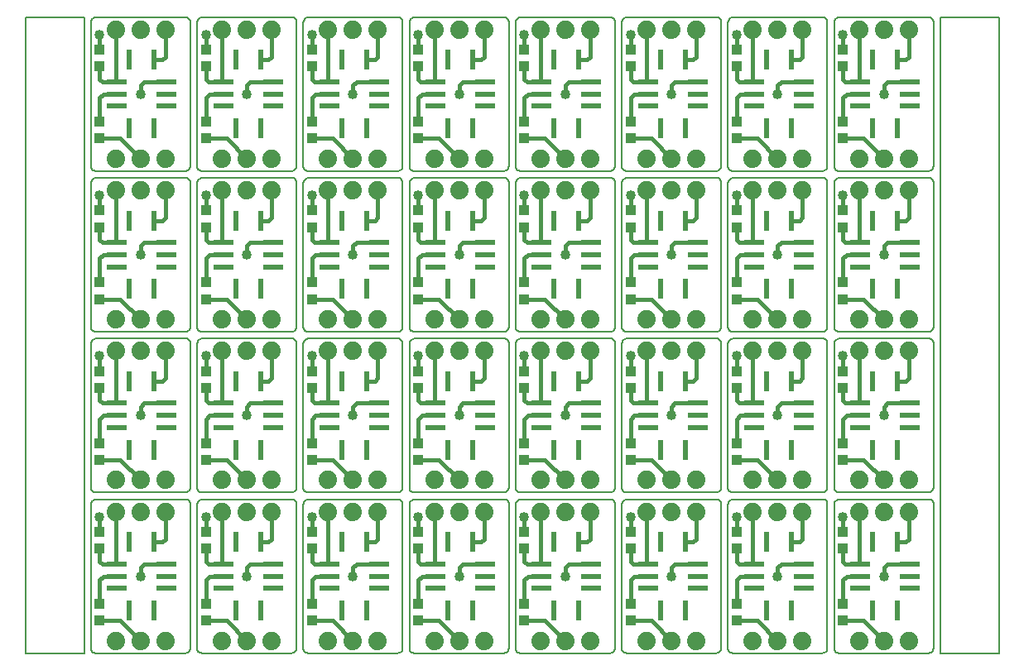
<source format=gtl>
G75*
%MOIN*%
%OFA0B0*%
%FSLAX24Y24*%
%IPPOS*%
%LPD*%
%AMOC8*
5,1,8,0,0,1.08239X$1,22.5*
%
%ADD10C,0.0080*%
%ADD11R,0.0394X0.0433*%
%ADD12C,0.0740*%
%ADD13R,0.0787X0.0236*%
%ADD14R,0.0236X0.0787*%
%ADD15C,0.0160*%
%ADD16C,0.0400*%
D10*
X000140Y000140D02*
X002502Y000140D01*
X002502Y025767D01*
X000140Y025767D01*
X000140Y000140D01*
X002778Y000323D02*
X002778Y006116D01*
X002777Y006116D02*
X002779Y006143D01*
X002784Y006170D01*
X002792Y006195D01*
X002803Y006220D01*
X002817Y006243D01*
X002833Y006265D01*
X002852Y006284D01*
X002874Y006300D01*
X002897Y006314D01*
X002922Y006325D01*
X002947Y006333D01*
X002974Y006338D01*
X003001Y006340D01*
X006595Y006340D01*
X006621Y006338D01*
X006647Y006333D01*
X006671Y006323D01*
X006694Y006311D01*
X006715Y006295D01*
X006733Y006277D01*
X006749Y006256D01*
X006761Y006233D01*
X006771Y006209D01*
X006776Y006183D01*
X006778Y006157D01*
X006778Y000340D01*
X006776Y000314D01*
X006771Y000288D01*
X006763Y000263D01*
X006751Y000240D01*
X006737Y000218D01*
X006719Y000199D01*
X006700Y000181D01*
X006678Y000167D01*
X006655Y000155D01*
X006630Y000147D01*
X006604Y000142D01*
X006578Y000140D01*
X002961Y000140D01*
X002935Y000142D01*
X002909Y000147D01*
X002885Y000157D01*
X002862Y000169D01*
X002841Y000185D01*
X002823Y000203D01*
X002807Y000224D01*
X002795Y000247D01*
X002785Y000271D01*
X002780Y000297D01*
X002778Y000323D01*
X007053Y000323D02*
X007053Y006116D01*
X007055Y006143D01*
X007060Y006170D01*
X007068Y006195D01*
X007079Y006220D01*
X007093Y006243D01*
X007109Y006265D01*
X007128Y006284D01*
X007150Y006300D01*
X007173Y006314D01*
X007198Y006325D01*
X007223Y006333D01*
X007250Y006338D01*
X007277Y006340D01*
X010871Y006340D01*
X010897Y006338D01*
X010923Y006333D01*
X010947Y006323D01*
X010970Y006311D01*
X010991Y006295D01*
X011009Y006277D01*
X011025Y006256D01*
X011037Y006233D01*
X011047Y006209D01*
X011052Y006183D01*
X011054Y006157D01*
X011053Y006157D02*
X011053Y000340D01*
X011051Y000314D01*
X011046Y000288D01*
X011038Y000263D01*
X011026Y000240D01*
X011012Y000218D01*
X010994Y000199D01*
X010975Y000181D01*
X010953Y000167D01*
X010930Y000155D01*
X010905Y000147D01*
X010879Y000142D01*
X010853Y000140D01*
X007236Y000140D01*
X007210Y000142D01*
X007184Y000147D01*
X007160Y000157D01*
X007137Y000169D01*
X007116Y000185D01*
X007098Y000203D01*
X007082Y000224D01*
X007070Y000247D01*
X007060Y000271D01*
X007055Y000297D01*
X007053Y000323D01*
X011329Y000323D02*
X011329Y006116D01*
X011331Y006143D01*
X011336Y006170D01*
X011344Y006195D01*
X011355Y006220D01*
X011369Y006243D01*
X011385Y006265D01*
X011404Y006284D01*
X011426Y006300D01*
X011449Y006314D01*
X011474Y006325D01*
X011499Y006333D01*
X011526Y006338D01*
X011553Y006340D01*
X015146Y006340D01*
X015172Y006338D01*
X015198Y006333D01*
X015222Y006323D01*
X015245Y006311D01*
X015266Y006295D01*
X015284Y006277D01*
X015300Y006256D01*
X015312Y006233D01*
X015322Y006209D01*
X015327Y006183D01*
X015329Y006157D01*
X015329Y000340D01*
X015327Y000314D01*
X015322Y000288D01*
X015314Y000263D01*
X015302Y000240D01*
X015288Y000218D01*
X015270Y000199D01*
X015251Y000181D01*
X015229Y000167D01*
X015206Y000155D01*
X015181Y000147D01*
X015155Y000142D01*
X015129Y000140D01*
X011512Y000140D01*
X011486Y000142D01*
X011460Y000147D01*
X011436Y000157D01*
X011413Y000169D01*
X011392Y000185D01*
X011374Y000203D01*
X011358Y000224D01*
X011346Y000247D01*
X011336Y000271D01*
X011331Y000297D01*
X011329Y000323D01*
X015605Y000323D02*
X015605Y006116D01*
X015604Y006116D02*
X015606Y006143D01*
X015611Y006170D01*
X015619Y006195D01*
X015630Y006220D01*
X015644Y006243D01*
X015660Y006265D01*
X015679Y006284D01*
X015701Y006300D01*
X015724Y006314D01*
X015749Y006325D01*
X015774Y006333D01*
X015801Y006338D01*
X015828Y006340D01*
X019422Y006340D01*
X019448Y006338D01*
X019474Y006333D01*
X019498Y006323D01*
X019521Y006311D01*
X019542Y006295D01*
X019560Y006277D01*
X019576Y006256D01*
X019588Y006233D01*
X019598Y006209D01*
X019603Y006183D01*
X019605Y006157D01*
X019605Y000340D01*
X019603Y000314D01*
X019598Y000288D01*
X019590Y000263D01*
X019578Y000240D01*
X019564Y000218D01*
X019546Y000199D01*
X019527Y000181D01*
X019505Y000167D01*
X019482Y000155D01*
X019457Y000147D01*
X019431Y000142D01*
X019405Y000140D01*
X015787Y000140D01*
X015761Y000142D01*
X015735Y000147D01*
X015711Y000157D01*
X015688Y000169D01*
X015667Y000185D01*
X015649Y000203D01*
X015633Y000224D01*
X015621Y000247D01*
X015611Y000271D01*
X015606Y000297D01*
X015604Y000323D01*
X019880Y000323D02*
X019880Y006116D01*
X019882Y006143D01*
X019887Y006170D01*
X019895Y006195D01*
X019906Y006220D01*
X019920Y006243D01*
X019936Y006265D01*
X019955Y006284D01*
X019977Y006300D01*
X020000Y006314D01*
X020025Y006325D01*
X020050Y006333D01*
X020077Y006338D01*
X020104Y006340D01*
X023697Y006340D01*
X023723Y006338D01*
X023749Y006333D01*
X023773Y006323D01*
X023796Y006311D01*
X023817Y006295D01*
X023835Y006277D01*
X023851Y006256D01*
X023863Y006233D01*
X023873Y006209D01*
X023878Y006183D01*
X023880Y006157D01*
X023880Y000340D01*
X023878Y000314D01*
X023873Y000288D01*
X023865Y000263D01*
X023853Y000240D01*
X023839Y000218D01*
X023821Y000199D01*
X023802Y000181D01*
X023780Y000167D01*
X023757Y000155D01*
X023732Y000147D01*
X023706Y000142D01*
X023680Y000140D01*
X020063Y000140D01*
X020037Y000142D01*
X020011Y000147D01*
X019987Y000157D01*
X019964Y000169D01*
X019943Y000185D01*
X019925Y000203D01*
X019909Y000224D01*
X019897Y000247D01*
X019887Y000271D01*
X019882Y000297D01*
X019880Y000323D01*
X024156Y000323D02*
X024156Y006116D01*
X024155Y006116D02*
X024157Y006143D01*
X024162Y006170D01*
X024170Y006195D01*
X024181Y006220D01*
X024195Y006243D01*
X024211Y006265D01*
X024230Y006284D01*
X024252Y006300D01*
X024275Y006314D01*
X024300Y006325D01*
X024325Y006333D01*
X024352Y006338D01*
X024379Y006340D01*
X027973Y006340D01*
X027999Y006338D01*
X028025Y006333D01*
X028049Y006323D01*
X028072Y006311D01*
X028093Y006295D01*
X028111Y006277D01*
X028127Y006256D01*
X028139Y006233D01*
X028149Y006209D01*
X028154Y006183D01*
X028156Y006157D01*
X028156Y000340D01*
X028154Y000314D01*
X028149Y000288D01*
X028141Y000263D01*
X028129Y000240D01*
X028115Y000218D01*
X028097Y000199D01*
X028078Y000181D01*
X028056Y000167D01*
X028033Y000155D01*
X028008Y000147D01*
X027982Y000142D01*
X027956Y000140D01*
X024339Y000140D01*
X024313Y000142D01*
X024287Y000147D01*
X024263Y000157D01*
X024240Y000169D01*
X024219Y000185D01*
X024201Y000203D01*
X024185Y000224D01*
X024173Y000247D01*
X024163Y000271D01*
X024158Y000297D01*
X024156Y000323D01*
X028431Y000323D02*
X028431Y006116D01*
X028433Y006143D01*
X028438Y006170D01*
X028446Y006195D01*
X028457Y006220D01*
X028471Y006243D01*
X028487Y006265D01*
X028506Y006284D01*
X028528Y006300D01*
X028551Y006314D01*
X028576Y006325D01*
X028601Y006333D01*
X028628Y006338D01*
X028655Y006340D01*
X032248Y006340D01*
X032274Y006338D01*
X032300Y006333D01*
X032324Y006323D01*
X032347Y006311D01*
X032368Y006295D01*
X032386Y006277D01*
X032402Y006256D01*
X032414Y006233D01*
X032424Y006209D01*
X032429Y006183D01*
X032431Y006157D01*
X032431Y000340D01*
X032429Y000314D01*
X032424Y000288D01*
X032416Y000263D01*
X032404Y000240D01*
X032390Y000218D01*
X032372Y000199D01*
X032353Y000181D01*
X032331Y000167D01*
X032308Y000155D01*
X032283Y000147D01*
X032257Y000142D01*
X032231Y000140D01*
X028614Y000140D01*
X028588Y000142D01*
X028562Y000147D01*
X028538Y000157D01*
X028515Y000169D01*
X028494Y000185D01*
X028476Y000203D01*
X028460Y000224D01*
X028448Y000247D01*
X028438Y000271D01*
X028433Y000297D01*
X028431Y000323D01*
X032707Y000323D02*
X032707Y006116D01*
X032709Y006143D01*
X032714Y006170D01*
X032722Y006195D01*
X032733Y006220D01*
X032747Y006243D01*
X032763Y006265D01*
X032782Y006284D01*
X032804Y006300D01*
X032827Y006314D01*
X032852Y006325D01*
X032877Y006333D01*
X032904Y006338D01*
X032931Y006340D01*
X036524Y006340D01*
X036550Y006338D01*
X036576Y006333D01*
X036600Y006323D01*
X036623Y006311D01*
X036644Y006295D01*
X036662Y006277D01*
X036678Y006256D01*
X036690Y006233D01*
X036700Y006209D01*
X036705Y006183D01*
X036707Y006157D01*
X036707Y000340D01*
X036705Y000314D01*
X036700Y000288D01*
X036692Y000263D01*
X036680Y000240D01*
X036666Y000218D01*
X036648Y000199D01*
X036629Y000181D01*
X036607Y000167D01*
X036584Y000155D01*
X036559Y000147D01*
X036533Y000142D01*
X036507Y000140D01*
X032890Y000140D01*
X032864Y000142D01*
X032838Y000147D01*
X032814Y000157D01*
X032791Y000169D01*
X032770Y000185D01*
X032752Y000203D01*
X032736Y000224D01*
X032724Y000247D01*
X032714Y000271D01*
X032709Y000297D01*
X032707Y000323D01*
X036983Y000140D02*
X039345Y000140D01*
X039345Y025767D01*
X036983Y025767D01*
X036983Y000140D01*
X036507Y006616D02*
X032890Y006616D01*
X032890Y006615D02*
X032864Y006617D01*
X032838Y006622D01*
X032814Y006632D01*
X032791Y006644D01*
X032770Y006660D01*
X032752Y006678D01*
X032736Y006699D01*
X032724Y006722D01*
X032714Y006746D01*
X032709Y006772D01*
X032707Y006798D01*
X032707Y012592D01*
X032709Y012619D01*
X032714Y012646D01*
X032722Y012671D01*
X032733Y012696D01*
X032747Y012719D01*
X032763Y012741D01*
X032782Y012760D01*
X032804Y012776D01*
X032827Y012790D01*
X032852Y012801D01*
X032877Y012809D01*
X032904Y012814D01*
X032931Y012816D01*
X036524Y012816D01*
X036550Y012814D01*
X036576Y012809D01*
X036600Y012799D01*
X036623Y012787D01*
X036644Y012771D01*
X036662Y012753D01*
X036678Y012732D01*
X036690Y012709D01*
X036700Y012685D01*
X036705Y012659D01*
X036707Y012633D01*
X036707Y006816D01*
X036705Y006790D01*
X036700Y006764D01*
X036692Y006739D01*
X036680Y006716D01*
X036666Y006694D01*
X036648Y006675D01*
X036629Y006657D01*
X036607Y006643D01*
X036584Y006631D01*
X036559Y006623D01*
X036533Y006618D01*
X036507Y006616D01*
X032431Y006816D02*
X032431Y012633D01*
X032429Y012659D01*
X032424Y012685D01*
X032414Y012709D01*
X032402Y012732D01*
X032386Y012753D01*
X032368Y012771D01*
X032347Y012787D01*
X032324Y012799D01*
X032300Y012809D01*
X032274Y012814D01*
X032248Y012816D01*
X028655Y012816D01*
X028628Y012814D01*
X028601Y012809D01*
X028576Y012801D01*
X028551Y012790D01*
X028528Y012776D01*
X028506Y012760D01*
X028487Y012741D01*
X028471Y012719D01*
X028457Y012696D01*
X028446Y012671D01*
X028438Y012646D01*
X028433Y012619D01*
X028431Y012592D01*
X028431Y006798D01*
X028433Y006772D01*
X028438Y006746D01*
X028448Y006722D01*
X028460Y006699D01*
X028476Y006678D01*
X028494Y006660D01*
X028515Y006644D01*
X028538Y006632D01*
X028562Y006622D01*
X028588Y006617D01*
X028614Y006615D01*
X028614Y006616D02*
X032231Y006616D01*
X032257Y006618D01*
X032283Y006623D01*
X032308Y006631D01*
X032331Y006643D01*
X032353Y006657D01*
X032372Y006675D01*
X032390Y006694D01*
X032404Y006716D01*
X032416Y006739D01*
X032424Y006764D01*
X032429Y006790D01*
X032431Y006816D01*
X028156Y006816D02*
X028156Y012633D01*
X028154Y012659D01*
X028149Y012685D01*
X028139Y012709D01*
X028127Y012732D01*
X028111Y012753D01*
X028093Y012771D01*
X028072Y012787D01*
X028049Y012799D01*
X028025Y012809D01*
X027999Y012814D01*
X027973Y012816D01*
X024379Y012816D01*
X024352Y012814D01*
X024325Y012809D01*
X024300Y012801D01*
X024275Y012790D01*
X024252Y012776D01*
X024230Y012760D01*
X024211Y012741D01*
X024195Y012719D01*
X024181Y012696D01*
X024170Y012671D01*
X024162Y012646D01*
X024157Y012619D01*
X024155Y012592D01*
X024156Y012592D02*
X024156Y006798D01*
X024158Y006772D01*
X024163Y006746D01*
X024173Y006722D01*
X024185Y006699D01*
X024201Y006678D01*
X024219Y006660D01*
X024240Y006644D01*
X024263Y006632D01*
X024287Y006622D01*
X024313Y006617D01*
X024339Y006615D01*
X024339Y006616D02*
X027956Y006616D01*
X027982Y006618D01*
X028008Y006623D01*
X028033Y006631D01*
X028056Y006643D01*
X028078Y006657D01*
X028097Y006675D01*
X028115Y006694D01*
X028129Y006716D01*
X028141Y006739D01*
X028149Y006764D01*
X028154Y006790D01*
X028156Y006816D01*
X023880Y006816D02*
X023880Y012633D01*
X023878Y012659D01*
X023873Y012685D01*
X023863Y012709D01*
X023851Y012732D01*
X023835Y012753D01*
X023817Y012771D01*
X023796Y012787D01*
X023773Y012799D01*
X023749Y012809D01*
X023723Y012814D01*
X023697Y012816D01*
X020104Y012816D01*
X020077Y012814D01*
X020050Y012809D01*
X020025Y012801D01*
X020000Y012790D01*
X019977Y012776D01*
X019955Y012760D01*
X019936Y012741D01*
X019920Y012719D01*
X019906Y012696D01*
X019895Y012671D01*
X019887Y012646D01*
X019882Y012619D01*
X019880Y012592D01*
X019880Y006798D01*
X019882Y006772D01*
X019887Y006746D01*
X019897Y006722D01*
X019909Y006699D01*
X019925Y006678D01*
X019943Y006660D01*
X019964Y006644D01*
X019987Y006632D01*
X020011Y006622D01*
X020037Y006617D01*
X020063Y006615D01*
X020063Y006616D02*
X023680Y006616D01*
X023706Y006618D01*
X023732Y006623D01*
X023757Y006631D01*
X023780Y006643D01*
X023802Y006657D01*
X023821Y006675D01*
X023839Y006694D01*
X023853Y006716D01*
X023865Y006739D01*
X023873Y006764D01*
X023878Y006790D01*
X023880Y006816D01*
X019605Y006816D02*
X019605Y012633D01*
X019603Y012659D01*
X019598Y012685D01*
X019588Y012709D01*
X019576Y012732D01*
X019560Y012753D01*
X019542Y012771D01*
X019521Y012787D01*
X019498Y012799D01*
X019474Y012809D01*
X019448Y012814D01*
X019422Y012816D01*
X015828Y012816D01*
X015801Y012814D01*
X015774Y012809D01*
X015749Y012801D01*
X015724Y012790D01*
X015701Y012776D01*
X015679Y012760D01*
X015660Y012741D01*
X015644Y012719D01*
X015630Y012696D01*
X015619Y012671D01*
X015611Y012646D01*
X015606Y012619D01*
X015604Y012592D01*
X015605Y012592D02*
X015605Y006798D01*
X015604Y006798D02*
X015606Y006772D01*
X015611Y006746D01*
X015621Y006722D01*
X015633Y006699D01*
X015649Y006678D01*
X015667Y006660D01*
X015688Y006644D01*
X015711Y006632D01*
X015735Y006622D01*
X015761Y006617D01*
X015787Y006615D01*
X015787Y006616D02*
X019405Y006616D01*
X019431Y006618D01*
X019457Y006623D01*
X019482Y006631D01*
X019505Y006643D01*
X019527Y006657D01*
X019546Y006675D01*
X019564Y006694D01*
X019578Y006716D01*
X019590Y006739D01*
X019598Y006764D01*
X019603Y006790D01*
X019605Y006816D01*
X015329Y006816D02*
X015329Y012633D01*
X015327Y012659D01*
X015322Y012685D01*
X015312Y012709D01*
X015300Y012732D01*
X015284Y012753D01*
X015266Y012771D01*
X015245Y012787D01*
X015222Y012799D01*
X015198Y012809D01*
X015172Y012814D01*
X015146Y012816D01*
X011553Y012816D01*
X011526Y012814D01*
X011499Y012809D01*
X011474Y012801D01*
X011449Y012790D01*
X011426Y012776D01*
X011404Y012760D01*
X011385Y012741D01*
X011369Y012719D01*
X011355Y012696D01*
X011344Y012671D01*
X011336Y012646D01*
X011331Y012619D01*
X011329Y012592D01*
X011329Y006798D01*
X011331Y006772D01*
X011336Y006746D01*
X011346Y006722D01*
X011358Y006699D01*
X011374Y006678D01*
X011392Y006660D01*
X011413Y006644D01*
X011436Y006632D01*
X011460Y006622D01*
X011486Y006617D01*
X011512Y006615D01*
X011512Y006616D02*
X015129Y006616D01*
X015155Y006618D01*
X015181Y006623D01*
X015206Y006631D01*
X015229Y006643D01*
X015251Y006657D01*
X015270Y006675D01*
X015288Y006694D01*
X015302Y006716D01*
X015314Y006739D01*
X015322Y006764D01*
X015327Y006790D01*
X015329Y006816D01*
X011053Y006816D02*
X011053Y012633D01*
X011054Y012633D02*
X011052Y012659D01*
X011047Y012685D01*
X011037Y012709D01*
X011025Y012732D01*
X011009Y012753D01*
X010991Y012771D01*
X010970Y012787D01*
X010947Y012799D01*
X010923Y012809D01*
X010897Y012814D01*
X010871Y012816D01*
X007277Y012816D01*
X007250Y012814D01*
X007223Y012809D01*
X007198Y012801D01*
X007173Y012790D01*
X007150Y012776D01*
X007128Y012760D01*
X007109Y012741D01*
X007093Y012719D01*
X007079Y012696D01*
X007068Y012671D01*
X007060Y012646D01*
X007055Y012619D01*
X007053Y012592D01*
X007053Y006798D01*
X007055Y006772D01*
X007060Y006746D01*
X007070Y006722D01*
X007082Y006699D01*
X007098Y006678D01*
X007116Y006660D01*
X007137Y006644D01*
X007160Y006632D01*
X007184Y006622D01*
X007210Y006617D01*
X007236Y006615D01*
X007236Y006616D02*
X010853Y006616D01*
X010879Y006618D01*
X010905Y006623D01*
X010930Y006631D01*
X010953Y006643D01*
X010975Y006657D01*
X010994Y006675D01*
X011012Y006694D01*
X011026Y006716D01*
X011038Y006739D01*
X011046Y006764D01*
X011051Y006790D01*
X011053Y006816D01*
X006778Y006816D02*
X006778Y012633D01*
X006776Y012659D01*
X006771Y012685D01*
X006761Y012709D01*
X006749Y012732D01*
X006733Y012753D01*
X006715Y012771D01*
X006694Y012787D01*
X006671Y012799D01*
X006647Y012809D01*
X006621Y012814D01*
X006595Y012816D01*
X003001Y012816D01*
X002974Y012814D01*
X002947Y012809D01*
X002922Y012801D01*
X002897Y012790D01*
X002874Y012776D01*
X002852Y012760D01*
X002833Y012741D01*
X002817Y012719D01*
X002803Y012696D01*
X002792Y012671D01*
X002784Y012646D01*
X002779Y012619D01*
X002777Y012592D01*
X002778Y012592D02*
X002778Y006798D01*
X002780Y006772D01*
X002785Y006746D01*
X002795Y006722D01*
X002807Y006699D01*
X002823Y006678D01*
X002841Y006660D01*
X002862Y006644D01*
X002885Y006632D01*
X002909Y006622D01*
X002935Y006617D01*
X002961Y006615D01*
X002961Y006616D02*
X006578Y006616D01*
X006604Y006618D01*
X006630Y006623D01*
X006655Y006631D01*
X006678Y006643D01*
X006700Y006657D01*
X006719Y006675D01*
X006737Y006694D01*
X006751Y006716D01*
X006763Y006739D01*
X006771Y006764D01*
X006776Y006790D01*
X006778Y006816D01*
X006578Y013091D02*
X002961Y013091D01*
X002935Y013093D01*
X002909Y013098D01*
X002885Y013108D01*
X002862Y013120D01*
X002841Y013136D01*
X002823Y013154D01*
X002807Y013175D01*
X002795Y013198D01*
X002785Y013222D01*
X002780Y013248D01*
X002778Y013274D01*
X002778Y019068D01*
X002777Y019068D02*
X002779Y019095D01*
X002784Y019122D01*
X002792Y019147D01*
X002803Y019172D01*
X002817Y019195D01*
X002833Y019217D01*
X002852Y019236D01*
X002874Y019252D01*
X002897Y019266D01*
X002922Y019277D01*
X002947Y019285D01*
X002974Y019290D01*
X003001Y019292D01*
X003001Y019291D02*
X006595Y019291D01*
X006621Y019289D01*
X006647Y019284D01*
X006671Y019274D01*
X006694Y019262D01*
X006715Y019246D01*
X006733Y019228D01*
X006749Y019207D01*
X006761Y019184D01*
X006771Y019160D01*
X006776Y019134D01*
X006778Y019108D01*
X006778Y013291D01*
X006776Y013265D01*
X006771Y013239D01*
X006763Y013214D01*
X006751Y013191D01*
X006737Y013169D01*
X006719Y013150D01*
X006700Y013132D01*
X006678Y013118D01*
X006655Y013106D01*
X006630Y013098D01*
X006604Y013093D01*
X006578Y013091D01*
X007053Y013274D02*
X007053Y019068D01*
X007055Y019095D01*
X007060Y019122D01*
X007068Y019147D01*
X007079Y019172D01*
X007093Y019195D01*
X007109Y019217D01*
X007128Y019236D01*
X007150Y019252D01*
X007173Y019266D01*
X007198Y019277D01*
X007223Y019285D01*
X007250Y019290D01*
X007277Y019292D01*
X007277Y019291D02*
X010871Y019291D01*
X010897Y019289D01*
X010923Y019284D01*
X010947Y019274D01*
X010970Y019262D01*
X010991Y019246D01*
X011009Y019228D01*
X011025Y019207D01*
X011037Y019184D01*
X011047Y019160D01*
X011052Y019134D01*
X011054Y019108D01*
X011053Y019108D02*
X011053Y013291D01*
X011051Y013265D01*
X011046Y013239D01*
X011038Y013214D01*
X011026Y013191D01*
X011012Y013169D01*
X010994Y013150D01*
X010975Y013132D01*
X010953Y013118D01*
X010930Y013106D01*
X010905Y013098D01*
X010879Y013093D01*
X010853Y013091D01*
X007236Y013091D01*
X007210Y013093D01*
X007184Y013098D01*
X007160Y013108D01*
X007137Y013120D01*
X007116Y013136D01*
X007098Y013154D01*
X007082Y013175D01*
X007070Y013198D01*
X007060Y013222D01*
X007055Y013248D01*
X007053Y013274D01*
X011329Y013274D02*
X011329Y019068D01*
X011331Y019095D01*
X011336Y019122D01*
X011344Y019147D01*
X011355Y019172D01*
X011369Y019195D01*
X011385Y019217D01*
X011404Y019236D01*
X011426Y019252D01*
X011449Y019266D01*
X011474Y019277D01*
X011499Y019285D01*
X011526Y019290D01*
X011553Y019292D01*
X011553Y019291D02*
X015146Y019291D01*
X015172Y019289D01*
X015198Y019284D01*
X015222Y019274D01*
X015245Y019262D01*
X015266Y019246D01*
X015284Y019228D01*
X015300Y019207D01*
X015312Y019184D01*
X015322Y019160D01*
X015327Y019134D01*
X015329Y019108D01*
X015329Y013291D01*
X015327Y013265D01*
X015322Y013239D01*
X015314Y013214D01*
X015302Y013191D01*
X015288Y013169D01*
X015270Y013150D01*
X015251Y013132D01*
X015229Y013118D01*
X015206Y013106D01*
X015181Y013098D01*
X015155Y013093D01*
X015129Y013091D01*
X011512Y013091D01*
X011486Y013093D01*
X011460Y013098D01*
X011436Y013108D01*
X011413Y013120D01*
X011392Y013136D01*
X011374Y013154D01*
X011358Y013175D01*
X011346Y013198D01*
X011336Y013222D01*
X011331Y013248D01*
X011329Y013274D01*
X015605Y013274D02*
X015605Y019068D01*
X015604Y019068D02*
X015606Y019095D01*
X015611Y019122D01*
X015619Y019147D01*
X015630Y019172D01*
X015644Y019195D01*
X015660Y019217D01*
X015679Y019236D01*
X015701Y019252D01*
X015724Y019266D01*
X015749Y019277D01*
X015774Y019285D01*
X015801Y019290D01*
X015828Y019292D01*
X015828Y019291D02*
X019422Y019291D01*
X019448Y019289D01*
X019474Y019284D01*
X019498Y019274D01*
X019521Y019262D01*
X019542Y019246D01*
X019560Y019228D01*
X019576Y019207D01*
X019588Y019184D01*
X019598Y019160D01*
X019603Y019134D01*
X019605Y019108D01*
X019605Y013291D01*
X019603Y013265D01*
X019598Y013239D01*
X019590Y013214D01*
X019578Y013191D01*
X019564Y013169D01*
X019546Y013150D01*
X019527Y013132D01*
X019505Y013118D01*
X019482Y013106D01*
X019457Y013098D01*
X019431Y013093D01*
X019405Y013091D01*
X015787Y013091D01*
X015761Y013093D01*
X015735Y013098D01*
X015711Y013108D01*
X015688Y013120D01*
X015667Y013136D01*
X015649Y013154D01*
X015633Y013175D01*
X015621Y013198D01*
X015611Y013222D01*
X015606Y013248D01*
X015604Y013274D01*
X019880Y013274D02*
X019880Y019068D01*
X019882Y019095D01*
X019887Y019122D01*
X019895Y019147D01*
X019906Y019172D01*
X019920Y019195D01*
X019936Y019217D01*
X019955Y019236D01*
X019977Y019252D01*
X020000Y019266D01*
X020025Y019277D01*
X020050Y019285D01*
X020077Y019290D01*
X020104Y019292D01*
X020104Y019291D02*
X023697Y019291D01*
X023723Y019289D01*
X023749Y019284D01*
X023773Y019274D01*
X023796Y019262D01*
X023817Y019246D01*
X023835Y019228D01*
X023851Y019207D01*
X023863Y019184D01*
X023873Y019160D01*
X023878Y019134D01*
X023880Y019108D01*
X023880Y013291D01*
X023878Y013265D01*
X023873Y013239D01*
X023865Y013214D01*
X023853Y013191D01*
X023839Y013169D01*
X023821Y013150D01*
X023802Y013132D01*
X023780Y013118D01*
X023757Y013106D01*
X023732Y013098D01*
X023706Y013093D01*
X023680Y013091D01*
X020063Y013091D01*
X020037Y013093D01*
X020011Y013098D01*
X019987Y013108D01*
X019964Y013120D01*
X019943Y013136D01*
X019925Y013154D01*
X019909Y013175D01*
X019897Y013198D01*
X019887Y013222D01*
X019882Y013248D01*
X019880Y013274D01*
X024156Y013274D02*
X024156Y019068D01*
X024155Y019068D02*
X024157Y019095D01*
X024162Y019122D01*
X024170Y019147D01*
X024181Y019172D01*
X024195Y019195D01*
X024211Y019217D01*
X024230Y019236D01*
X024252Y019252D01*
X024275Y019266D01*
X024300Y019277D01*
X024325Y019285D01*
X024352Y019290D01*
X024379Y019292D01*
X024379Y019291D02*
X027973Y019291D01*
X027999Y019289D01*
X028025Y019284D01*
X028049Y019274D01*
X028072Y019262D01*
X028093Y019246D01*
X028111Y019228D01*
X028127Y019207D01*
X028139Y019184D01*
X028149Y019160D01*
X028154Y019134D01*
X028156Y019108D01*
X028156Y013291D01*
X028154Y013265D01*
X028149Y013239D01*
X028141Y013214D01*
X028129Y013191D01*
X028115Y013169D01*
X028097Y013150D01*
X028078Y013132D01*
X028056Y013118D01*
X028033Y013106D01*
X028008Y013098D01*
X027982Y013093D01*
X027956Y013091D01*
X024339Y013091D01*
X024313Y013093D01*
X024287Y013098D01*
X024263Y013108D01*
X024240Y013120D01*
X024219Y013136D01*
X024201Y013154D01*
X024185Y013175D01*
X024173Y013198D01*
X024163Y013222D01*
X024158Y013248D01*
X024156Y013274D01*
X028431Y013274D02*
X028431Y019068D01*
X028433Y019095D01*
X028438Y019122D01*
X028446Y019147D01*
X028457Y019172D01*
X028471Y019195D01*
X028487Y019217D01*
X028506Y019236D01*
X028528Y019252D01*
X028551Y019266D01*
X028576Y019277D01*
X028601Y019285D01*
X028628Y019290D01*
X028655Y019292D01*
X028655Y019291D02*
X032248Y019291D01*
X032274Y019289D01*
X032300Y019284D01*
X032324Y019274D01*
X032347Y019262D01*
X032368Y019246D01*
X032386Y019228D01*
X032402Y019207D01*
X032414Y019184D01*
X032424Y019160D01*
X032429Y019134D01*
X032431Y019108D01*
X032431Y013291D01*
X032429Y013265D01*
X032424Y013239D01*
X032416Y013214D01*
X032404Y013191D01*
X032390Y013169D01*
X032372Y013150D01*
X032353Y013132D01*
X032331Y013118D01*
X032308Y013106D01*
X032283Y013098D01*
X032257Y013093D01*
X032231Y013091D01*
X028614Y013091D01*
X028588Y013093D01*
X028562Y013098D01*
X028538Y013108D01*
X028515Y013120D01*
X028494Y013136D01*
X028476Y013154D01*
X028460Y013175D01*
X028448Y013198D01*
X028438Y013222D01*
X028433Y013248D01*
X028431Y013274D01*
X032707Y013274D02*
X032707Y019068D01*
X032709Y019095D01*
X032714Y019122D01*
X032722Y019147D01*
X032733Y019172D01*
X032747Y019195D01*
X032763Y019217D01*
X032782Y019236D01*
X032804Y019252D01*
X032827Y019266D01*
X032852Y019277D01*
X032877Y019285D01*
X032904Y019290D01*
X032931Y019292D01*
X032931Y019291D02*
X036524Y019291D01*
X036550Y019289D01*
X036576Y019284D01*
X036600Y019274D01*
X036623Y019262D01*
X036644Y019246D01*
X036662Y019228D01*
X036678Y019207D01*
X036690Y019184D01*
X036700Y019160D01*
X036705Y019134D01*
X036707Y019108D01*
X036707Y013291D01*
X036705Y013265D01*
X036700Y013239D01*
X036692Y013214D01*
X036680Y013191D01*
X036666Y013169D01*
X036648Y013150D01*
X036629Y013132D01*
X036607Y013118D01*
X036584Y013106D01*
X036559Y013098D01*
X036533Y013093D01*
X036507Y013091D01*
X032890Y013091D01*
X032864Y013093D01*
X032838Y013098D01*
X032814Y013108D01*
X032791Y013120D01*
X032770Y013136D01*
X032752Y013154D01*
X032736Y013175D01*
X032724Y013198D01*
X032714Y013222D01*
X032709Y013248D01*
X032707Y013274D01*
X032890Y019567D02*
X036507Y019567D01*
X036533Y019569D01*
X036559Y019574D01*
X036584Y019582D01*
X036607Y019594D01*
X036629Y019608D01*
X036648Y019626D01*
X036666Y019645D01*
X036680Y019667D01*
X036692Y019690D01*
X036700Y019715D01*
X036705Y019741D01*
X036707Y019767D01*
X036707Y025584D01*
X036705Y025610D01*
X036700Y025636D01*
X036690Y025660D01*
X036678Y025683D01*
X036662Y025704D01*
X036644Y025722D01*
X036623Y025738D01*
X036600Y025750D01*
X036576Y025760D01*
X036550Y025765D01*
X036524Y025767D01*
X032931Y025767D01*
X032904Y025765D01*
X032877Y025760D01*
X032852Y025752D01*
X032827Y025741D01*
X032804Y025727D01*
X032782Y025711D01*
X032763Y025692D01*
X032747Y025670D01*
X032733Y025647D01*
X032722Y025622D01*
X032714Y025597D01*
X032709Y025570D01*
X032707Y025543D01*
X032707Y019750D01*
X032709Y019724D01*
X032714Y019698D01*
X032724Y019674D01*
X032736Y019651D01*
X032752Y019630D01*
X032770Y019612D01*
X032791Y019596D01*
X032814Y019584D01*
X032838Y019574D01*
X032864Y019569D01*
X032890Y019567D01*
X032431Y019767D02*
X032431Y025584D01*
X032429Y025610D01*
X032424Y025636D01*
X032414Y025660D01*
X032402Y025683D01*
X032386Y025704D01*
X032368Y025722D01*
X032347Y025738D01*
X032324Y025750D01*
X032300Y025760D01*
X032274Y025765D01*
X032248Y025767D01*
X028655Y025767D01*
X028628Y025765D01*
X028601Y025760D01*
X028576Y025752D01*
X028551Y025741D01*
X028528Y025727D01*
X028506Y025711D01*
X028487Y025692D01*
X028471Y025670D01*
X028457Y025647D01*
X028446Y025622D01*
X028438Y025597D01*
X028433Y025570D01*
X028431Y025543D01*
X028431Y019750D01*
X028433Y019724D01*
X028438Y019698D01*
X028448Y019674D01*
X028460Y019651D01*
X028476Y019630D01*
X028494Y019612D01*
X028515Y019596D01*
X028538Y019584D01*
X028562Y019574D01*
X028588Y019569D01*
X028614Y019567D01*
X032231Y019567D01*
X032257Y019569D01*
X032283Y019574D01*
X032308Y019582D01*
X032331Y019594D01*
X032353Y019608D01*
X032372Y019626D01*
X032390Y019645D01*
X032404Y019667D01*
X032416Y019690D01*
X032424Y019715D01*
X032429Y019741D01*
X032431Y019767D01*
X028156Y019767D02*
X028156Y025584D01*
X028154Y025610D01*
X028149Y025636D01*
X028139Y025660D01*
X028127Y025683D01*
X028111Y025704D01*
X028093Y025722D01*
X028072Y025738D01*
X028049Y025750D01*
X028025Y025760D01*
X027999Y025765D01*
X027973Y025767D01*
X024379Y025767D01*
X024352Y025765D01*
X024325Y025760D01*
X024300Y025752D01*
X024275Y025741D01*
X024252Y025727D01*
X024230Y025711D01*
X024211Y025692D01*
X024195Y025670D01*
X024181Y025647D01*
X024170Y025622D01*
X024162Y025597D01*
X024157Y025570D01*
X024155Y025543D01*
X024156Y025543D02*
X024156Y019750D01*
X024158Y019724D01*
X024163Y019698D01*
X024173Y019674D01*
X024185Y019651D01*
X024201Y019630D01*
X024219Y019612D01*
X024240Y019596D01*
X024263Y019584D01*
X024287Y019574D01*
X024313Y019569D01*
X024339Y019567D01*
X027956Y019567D01*
X027982Y019569D01*
X028008Y019574D01*
X028033Y019582D01*
X028056Y019594D01*
X028078Y019608D01*
X028097Y019626D01*
X028115Y019645D01*
X028129Y019667D01*
X028141Y019690D01*
X028149Y019715D01*
X028154Y019741D01*
X028156Y019767D01*
X023880Y019767D02*
X023880Y025584D01*
X023878Y025610D01*
X023873Y025636D01*
X023863Y025660D01*
X023851Y025683D01*
X023835Y025704D01*
X023817Y025722D01*
X023796Y025738D01*
X023773Y025750D01*
X023749Y025760D01*
X023723Y025765D01*
X023697Y025767D01*
X020104Y025767D01*
X020077Y025765D01*
X020050Y025760D01*
X020025Y025752D01*
X020000Y025741D01*
X019977Y025727D01*
X019955Y025711D01*
X019936Y025692D01*
X019920Y025670D01*
X019906Y025647D01*
X019895Y025622D01*
X019887Y025597D01*
X019882Y025570D01*
X019880Y025543D01*
X019880Y019750D01*
X019882Y019724D01*
X019887Y019698D01*
X019897Y019674D01*
X019909Y019651D01*
X019925Y019630D01*
X019943Y019612D01*
X019964Y019596D01*
X019987Y019584D01*
X020011Y019574D01*
X020037Y019569D01*
X020063Y019567D01*
X023680Y019567D01*
X023706Y019569D01*
X023732Y019574D01*
X023757Y019582D01*
X023780Y019594D01*
X023802Y019608D01*
X023821Y019626D01*
X023839Y019645D01*
X023853Y019667D01*
X023865Y019690D01*
X023873Y019715D01*
X023878Y019741D01*
X023880Y019767D01*
X019605Y019767D02*
X019605Y025584D01*
X019603Y025610D01*
X019598Y025636D01*
X019588Y025660D01*
X019576Y025683D01*
X019560Y025704D01*
X019542Y025722D01*
X019521Y025738D01*
X019498Y025750D01*
X019474Y025760D01*
X019448Y025765D01*
X019422Y025767D01*
X015828Y025767D01*
X015801Y025765D01*
X015774Y025760D01*
X015749Y025752D01*
X015724Y025741D01*
X015701Y025727D01*
X015679Y025711D01*
X015660Y025692D01*
X015644Y025670D01*
X015630Y025647D01*
X015619Y025622D01*
X015611Y025597D01*
X015606Y025570D01*
X015604Y025543D01*
X015605Y025543D02*
X015605Y019750D01*
X015604Y019750D02*
X015606Y019724D01*
X015611Y019698D01*
X015621Y019674D01*
X015633Y019651D01*
X015649Y019630D01*
X015667Y019612D01*
X015688Y019596D01*
X015711Y019584D01*
X015735Y019574D01*
X015761Y019569D01*
X015787Y019567D01*
X019405Y019567D01*
X019431Y019569D01*
X019457Y019574D01*
X019482Y019582D01*
X019505Y019594D01*
X019527Y019608D01*
X019546Y019626D01*
X019564Y019645D01*
X019578Y019667D01*
X019590Y019690D01*
X019598Y019715D01*
X019603Y019741D01*
X019605Y019767D01*
X015329Y019767D02*
X015329Y025584D01*
X015327Y025610D01*
X015322Y025636D01*
X015312Y025660D01*
X015300Y025683D01*
X015284Y025704D01*
X015266Y025722D01*
X015245Y025738D01*
X015222Y025750D01*
X015198Y025760D01*
X015172Y025765D01*
X015146Y025767D01*
X011553Y025767D01*
X011526Y025765D01*
X011499Y025760D01*
X011474Y025752D01*
X011449Y025741D01*
X011426Y025727D01*
X011404Y025711D01*
X011385Y025692D01*
X011369Y025670D01*
X011355Y025647D01*
X011344Y025622D01*
X011336Y025597D01*
X011331Y025570D01*
X011329Y025543D01*
X011329Y019750D01*
X011331Y019724D01*
X011336Y019698D01*
X011346Y019674D01*
X011358Y019651D01*
X011374Y019630D01*
X011392Y019612D01*
X011413Y019596D01*
X011436Y019584D01*
X011460Y019574D01*
X011486Y019569D01*
X011512Y019567D01*
X015129Y019567D01*
X015155Y019569D01*
X015181Y019574D01*
X015206Y019582D01*
X015229Y019594D01*
X015251Y019608D01*
X015270Y019626D01*
X015288Y019645D01*
X015302Y019667D01*
X015314Y019690D01*
X015322Y019715D01*
X015327Y019741D01*
X015329Y019767D01*
X011053Y019767D02*
X011053Y025584D01*
X011054Y025584D02*
X011052Y025610D01*
X011047Y025636D01*
X011037Y025660D01*
X011025Y025683D01*
X011009Y025704D01*
X010991Y025722D01*
X010970Y025738D01*
X010947Y025750D01*
X010923Y025760D01*
X010897Y025765D01*
X010871Y025767D01*
X007277Y025767D01*
X007250Y025765D01*
X007223Y025760D01*
X007198Y025752D01*
X007173Y025741D01*
X007150Y025727D01*
X007128Y025711D01*
X007109Y025692D01*
X007093Y025670D01*
X007079Y025647D01*
X007068Y025622D01*
X007060Y025597D01*
X007055Y025570D01*
X007053Y025543D01*
X007053Y019750D01*
X007055Y019724D01*
X007060Y019698D01*
X007070Y019674D01*
X007082Y019651D01*
X007098Y019630D01*
X007116Y019612D01*
X007137Y019596D01*
X007160Y019584D01*
X007184Y019574D01*
X007210Y019569D01*
X007236Y019567D01*
X010853Y019567D01*
X010879Y019569D01*
X010905Y019574D01*
X010930Y019582D01*
X010953Y019594D01*
X010975Y019608D01*
X010994Y019626D01*
X011012Y019645D01*
X011026Y019667D01*
X011038Y019690D01*
X011046Y019715D01*
X011051Y019741D01*
X011053Y019767D01*
X006778Y019767D02*
X006778Y025584D01*
X006776Y025610D01*
X006771Y025636D01*
X006761Y025660D01*
X006749Y025683D01*
X006733Y025704D01*
X006715Y025722D01*
X006694Y025738D01*
X006671Y025750D01*
X006647Y025760D01*
X006621Y025765D01*
X006595Y025767D01*
X003001Y025767D01*
X002974Y025765D01*
X002947Y025760D01*
X002922Y025752D01*
X002897Y025741D01*
X002874Y025727D01*
X002852Y025711D01*
X002833Y025692D01*
X002817Y025670D01*
X002803Y025647D01*
X002792Y025622D01*
X002784Y025597D01*
X002779Y025570D01*
X002777Y025543D01*
X002778Y025543D02*
X002778Y019750D01*
X002780Y019724D01*
X002785Y019698D01*
X002795Y019674D01*
X002807Y019651D01*
X002823Y019630D01*
X002841Y019612D01*
X002862Y019596D01*
X002885Y019584D01*
X002909Y019574D01*
X002935Y019569D01*
X002961Y019567D01*
X006578Y019567D01*
X006604Y019569D01*
X006630Y019574D01*
X006655Y019582D01*
X006678Y019594D01*
X006700Y019608D01*
X006719Y019626D01*
X006737Y019645D01*
X006751Y019667D01*
X006763Y019690D01*
X006771Y019715D01*
X006776Y019741D01*
X006778Y019767D01*
D11*
X007403Y020882D03*
X007403Y021551D03*
X007403Y023782D03*
X007403Y024451D03*
X003128Y024451D03*
X003128Y023782D03*
X003128Y021551D03*
X003128Y020882D03*
X003128Y017976D03*
X003128Y017307D03*
X003128Y015076D03*
X003128Y014407D03*
X003128Y011500D03*
X003128Y010831D03*
X003128Y008600D03*
X003128Y007931D03*
X003128Y005025D03*
X003128Y004355D03*
X003128Y002125D03*
X003128Y001455D03*
X007403Y001455D03*
X007403Y002125D03*
X007403Y004355D03*
X007403Y005025D03*
X007403Y007931D03*
X007403Y008600D03*
X007403Y010831D03*
X007403Y011500D03*
X007403Y014407D03*
X007403Y015076D03*
X007403Y017307D03*
X007403Y017976D03*
X011679Y017976D03*
X011679Y017307D03*
X011679Y015076D03*
X011679Y014407D03*
X011679Y011500D03*
X011679Y010831D03*
X011679Y008600D03*
X011679Y007931D03*
X011679Y005025D03*
X011679Y004355D03*
X011679Y002125D03*
X011679Y001455D03*
X015955Y001455D03*
X015955Y002125D03*
X015955Y004355D03*
X015955Y005025D03*
X015955Y007931D03*
X015955Y008600D03*
X015955Y010831D03*
X015955Y011500D03*
X015955Y014407D03*
X015955Y015076D03*
X015955Y017307D03*
X015955Y017976D03*
X015955Y020882D03*
X015955Y021551D03*
X015955Y023782D03*
X015955Y024451D03*
X020230Y024451D03*
X020230Y023782D03*
X020230Y021551D03*
X020230Y020882D03*
X020230Y017976D03*
X020230Y017307D03*
X020230Y015076D03*
X020230Y014407D03*
X020230Y011500D03*
X020230Y010831D03*
X020230Y008600D03*
X020230Y007931D03*
X020230Y005025D03*
X020230Y004355D03*
X020230Y002125D03*
X020230Y001455D03*
X024506Y001455D03*
X024506Y002125D03*
X024506Y004355D03*
X024506Y005025D03*
X028781Y005025D03*
X028781Y004355D03*
X028781Y002125D03*
X028781Y001455D03*
X033057Y001455D03*
X033057Y002125D03*
X033057Y004355D03*
X033057Y005025D03*
X033057Y007931D03*
X033057Y008600D03*
X033057Y010831D03*
X033057Y011500D03*
X033057Y014407D03*
X033057Y015076D03*
X033057Y017307D03*
X033057Y017976D03*
X033057Y020882D03*
X033057Y021551D03*
X033057Y023782D03*
X033057Y024451D03*
X028781Y024451D03*
X028781Y023782D03*
X028781Y021551D03*
X028781Y020882D03*
X024506Y020882D03*
X024506Y021551D03*
X024506Y023782D03*
X024506Y024451D03*
X024506Y017976D03*
X024506Y017307D03*
X024506Y015076D03*
X024506Y014407D03*
X028781Y014407D03*
X028781Y015076D03*
X028781Y017307D03*
X028781Y017976D03*
X028781Y011500D03*
X028781Y010831D03*
X028781Y008600D03*
X028781Y007931D03*
X024506Y007931D03*
X024506Y008600D03*
X024506Y010831D03*
X024506Y011500D03*
X011679Y020882D03*
X011679Y021551D03*
X011679Y023782D03*
X011679Y024451D03*
D12*
X012329Y025267D03*
X013329Y025267D03*
X014329Y025267D03*
X016605Y025267D03*
X017605Y025267D03*
X018605Y025267D03*
X020880Y025267D03*
X021880Y025267D03*
X022880Y025267D03*
X025156Y025267D03*
X026156Y025267D03*
X027156Y025267D03*
X029431Y025267D03*
X030431Y025267D03*
X031431Y025267D03*
X033707Y025267D03*
X034707Y025267D03*
X035707Y025267D03*
X035707Y020067D03*
X034707Y020067D03*
X033707Y020067D03*
X033707Y018791D03*
X034707Y018791D03*
X035707Y018791D03*
X031431Y018791D03*
X030431Y018791D03*
X029431Y018791D03*
X029431Y020067D03*
X030431Y020067D03*
X031431Y020067D03*
X027156Y020067D03*
X026156Y020067D03*
X025156Y020067D03*
X025156Y018791D03*
X026156Y018791D03*
X027156Y018791D03*
X022880Y018791D03*
X021880Y018791D03*
X020880Y018791D03*
X020880Y020067D03*
X021880Y020067D03*
X022880Y020067D03*
X018605Y020067D03*
X017605Y020067D03*
X016605Y020067D03*
X016605Y018791D03*
X017605Y018791D03*
X018605Y018791D03*
X014329Y018791D03*
X013329Y018791D03*
X012329Y018791D03*
X012329Y020067D03*
X013329Y020067D03*
X014329Y020067D03*
X010053Y020067D03*
X009053Y020067D03*
X008053Y020067D03*
X008053Y018791D03*
X009053Y018791D03*
X010053Y018791D03*
X005778Y018791D03*
X004778Y018791D03*
X003778Y018791D03*
X003778Y020067D03*
X004778Y020067D03*
X005778Y020067D03*
X005778Y025267D03*
X004778Y025267D03*
X003778Y025267D03*
X008053Y025267D03*
X009053Y025267D03*
X010053Y025267D03*
X010053Y013591D03*
X009053Y013591D03*
X008053Y013591D03*
X008053Y012316D03*
X009053Y012316D03*
X010053Y012316D03*
X012329Y012316D03*
X013329Y012316D03*
X014329Y012316D03*
X014329Y013591D03*
X013329Y013591D03*
X012329Y013591D03*
X016605Y013591D03*
X017605Y013591D03*
X018605Y013591D03*
X018605Y012316D03*
X017605Y012316D03*
X016605Y012316D03*
X020880Y012316D03*
X021880Y012316D03*
X022880Y012316D03*
X022880Y013591D03*
X021880Y013591D03*
X020880Y013591D03*
X025156Y013591D03*
X026156Y013591D03*
X027156Y013591D03*
X027156Y012316D03*
X026156Y012316D03*
X025156Y012316D03*
X029431Y012316D03*
X030431Y012316D03*
X031431Y012316D03*
X031431Y013591D03*
X030431Y013591D03*
X029431Y013591D03*
X033707Y013591D03*
X034707Y013591D03*
X035707Y013591D03*
X035707Y012316D03*
X034707Y012316D03*
X033707Y012316D03*
X033707Y007116D03*
X034707Y007116D03*
X035707Y007116D03*
X035707Y005840D03*
X034707Y005840D03*
X033707Y005840D03*
X031431Y005840D03*
X030431Y005840D03*
X029431Y005840D03*
X029431Y007116D03*
X030431Y007116D03*
X031431Y007116D03*
X027156Y007116D03*
X026156Y007116D03*
X025156Y007116D03*
X025156Y005840D03*
X026156Y005840D03*
X027156Y005840D03*
X022880Y005840D03*
X021880Y005840D03*
X020880Y005840D03*
X020880Y007116D03*
X021880Y007116D03*
X022880Y007116D03*
X018605Y007116D03*
X017605Y007116D03*
X016605Y007116D03*
X016605Y005840D03*
X017605Y005840D03*
X018605Y005840D03*
X014329Y005840D03*
X013329Y005840D03*
X012329Y005840D03*
X012329Y007116D03*
X013329Y007116D03*
X014329Y007116D03*
X010053Y007116D03*
X009053Y007116D03*
X008053Y007116D03*
X008053Y005840D03*
X009053Y005840D03*
X010053Y005840D03*
X005778Y005840D03*
X004778Y005840D03*
X003778Y005840D03*
X003778Y007116D03*
X004778Y007116D03*
X005778Y007116D03*
X005778Y012316D03*
X004778Y012316D03*
X003778Y012316D03*
X003778Y013591D03*
X004778Y013591D03*
X005778Y013591D03*
X005778Y000640D03*
X004778Y000640D03*
X003778Y000640D03*
X008053Y000640D03*
X009053Y000640D03*
X010053Y000640D03*
X012329Y000640D03*
X013329Y000640D03*
X014329Y000640D03*
X016605Y000640D03*
X017605Y000640D03*
X018605Y000640D03*
X020880Y000640D03*
X021880Y000640D03*
X022880Y000640D03*
X025156Y000640D03*
X026156Y000640D03*
X027156Y000640D03*
X029431Y000640D03*
X030431Y000640D03*
X031431Y000640D03*
X033707Y000640D03*
X034707Y000640D03*
X035707Y000640D03*
D13*
X035757Y002748D03*
X035757Y003240D03*
X035757Y003732D03*
X033757Y003732D03*
X033757Y003240D03*
X033757Y002748D03*
X031481Y002748D03*
X031481Y003240D03*
X031481Y003732D03*
X029481Y003732D03*
X029481Y003240D03*
X029481Y002748D03*
X027206Y002748D03*
X027206Y003240D03*
X027206Y003732D03*
X025206Y003732D03*
X025206Y003240D03*
X025206Y002748D03*
X022930Y002748D03*
X022930Y003240D03*
X022930Y003732D03*
X020930Y003732D03*
X020930Y003240D03*
X020930Y002748D03*
X018655Y002748D03*
X018655Y003240D03*
X018655Y003732D03*
X016655Y003732D03*
X016655Y003240D03*
X016655Y002748D03*
X014379Y002748D03*
X014379Y003240D03*
X014379Y003732D03*
X012379Y003732D03*
X012379Y003240D03*
X012379Y002748D03*
X010103Y002748D03*
X010103Y003240D03*
X010103Y003732D03*
X008103Y003732D03*
X008103Y003240D03*
X008103Y002748D03*
X005828Y002748D03*
X005828Y003240D03*
X005828Y003732D03*
X003828Y003732D03*
X003828Y003240D03*
X003828Y002748D03*
X003828Y009223D03*
X003828Y009716D03*
X003828Y010208D03*
X005828Y010208D03*
X005828Y009716D03*
X005828Y009223D03*
X008103Y009223D03*
X008103Y009716D03*
X008103Y010208D03*
X010103Y010208D03*
X010103Y009716D03*
X010103Y009223D03*
X012379Y009223D03*
X012379Y009716D03*
X012379Y010208D03*
X014379Y010208D03*
X014379Y009716D03*
X014379Y009223D03*
X016655Y009223D03*
X016655Y009716D03*
X016655Y010208D03*
X018655Y010208D03*
X018655Y009716D03*
X018655Y009223D03*
X020930Y009223D03*
X020930Y009716D03*
X020930Y010208D03*
X022930Y010208D03*
X022930Y009716D03*
X022930Y009223D03*
X025206Y009223D03*
X025206Y009716D03*
X025206Y010208D03*
X027206Y010208D03*
X027206Y009716D03*
X027206Y009223D03*
X029481Y009223D03*
X029481Y009716D03*
X029481Y010208D03*
X031481Y010208D03*
X031481Y009716D03*
X031481Y009223D03*
X033757Y009223D03*
X033757Y009716D03*
X033757Y010208D03*
X035757Y010208D03*
X035757Y009716D03*
X035757Y009223D03*
X035757Y015699D03*
X035757Y016191D03*
X035757Y016683D03*
X033757Y016683D03*
X033757Y016191D03*
X033757Y015699D03*
X031481Y015699D03*
X031481Y016191D03*
X031481Y016683D03*
X029481Y016683D03*
X029481Y016191D03*
X029481Y015699D03*
X027206Y015699D03*
X027206Y016191D03*
X027206Y016683D03*
X025206Y016683D03*
X025206Y016191D03*
X025206Y015699D03*
X022930Y015699D03*
X022930Y016191D03*
X022930Y016683D03*
X020930Y016683D03*
X020930Y016191D03*
X020930Y015699D03*
X018655Y015699D03*
X018655Y016191D03*
X018655Y016683D03*
X016655Y016683D03*
X016655Y016191D03*
X016655Y015699D03*
X014379Y015699D03*
X014379Y016191D03*
X014379Y016683D03*
X012379Y016683D03*
X012379Y016191D03*
X012379Y015699D03*
X010103Y015699D03*
X010103Y016191D03*
X010103Y016683D03*
X008103Y016683D03*
X008103Y016191D03*
X008103Y015699D03*
X005828Y015699D03*
X005828Y016191D03*
X005828Y016683D03*
X003828Y016683D03*
X003828Y016191D03*
X003828Y015699D03*
X003828Y022175D03*
X003828Y022667D03*
X003828Y023159D03*
X005828Y023159D03*
X005828Y022667D03*
X005828Y022175D03*
X008103Y022175D03*
X008103Y022667D03*
X008103Y023159D03*
X010103Y023159D03*
X010103Y022667D03*
X010103Y022175D03*
X012379Y022175D03*
X012379Y022667D03*
X012379Y023159D03*
X014379Y023159D03*
X014379Y022667D03*
X014379Y022175D03*
X016655Y022175D03*
X016655Y022667D03*
X016655Y023159D03*
X018655Y023159D03*
X018655Y022667D03*
X018655Y022175D03*
X020930Y022175D03*
X020930Y022667D03*
X020930Y023159D03*
X022930Y023159D03*
X022930Y022667D03*
X022930Y022175D03*
X025206Y022175D03*
X025206Y022667D03*
X025206Y023159D03*
X027206Y023159D03*
X027206Y022667D03*
X027206Y022175D03*
X029481Y022175D03*
X029481Y022667D03*
X029481Y023159D03*
X031481Y023159D03*
X031481Y022667D03*
X031481Y022175D03*
X033757Y022175D03*
X033757Y022667D03*
X033757Y023159D03*
X035757Y023159D03*
X035757Y022667D03*
X035757Y022175D03*
D14*
X035257Y021289D03*
X034257Y021289D03*
X030981Y021289D03*
X029981Y021289D03*
X026706Y021289D03*
X025706Y021289D03*
X022430Y021289D03*
X021430Y021289D03*
X018155Y021289D03*
X017155Y021289D03*
X013879Y021289D03*
X012879Y021289D03*
X009603Y021289D03*
X008603Y021289D03*
X005328Y021289D03*
X004328Y021289D03*
X004328Y024045D03*
X005328Y024045D03*
X008603Y024045D03*
X009603Y024045D03*
X012879Y024045D03*
X013879Y024045D03*
X017155Y024045D03*
X018155Y024045D03*
X021430Y024045D03*
X022430Y024045D03*
X025706Y024045D03*
X026706Y024045D03*
X029981Y024045D03*
X030981Y024045D03*
X034257Y024045D03*
X035257Y024045D03*
X035257Y017569D03*
X034257Y017569D03*
X030981Y017569D03*
X029981Y017569D03*
X026706Y017569D03*
X025706Y017569D03*
X022430Y017569D03*
X021430Y017569D03*
X018155Y017569D03*
X017155Y017569D03*
X013879Y017569D03*
X012879Y017569D03*
X009603Y017569D03*
X008603Y017569D03*
X005328Y017569D03*
X004328Y017569D03*
X004328Y014813D03*
X005328Y014813D03*
X008603Y014813D03*
X009603Y014813D03*
X012879Y014813D03*
X013879Y014813D03*
X017155Y014813D03*
X018155Y014813D03*
X021430Y014813D03*
X022430Y014813D03*
X025706Y014813D03*
X026706Y014813D03*
X029981Y014813D03*
X030981Y014813D03*
X034257Y014813D03*
X035257Y014813D03*
X035257Y011094D03*
X034257Y011094D03*
X030981Y011094D03*
X029981Y011094D03*
X026706Y011094D03*
X025706Y011094D03*
X022430Y011094D03*
X021430Y011094D03*
X018155Y011094D03*
X017155Y011094D03*
X013879Y011094D03*
X012879Y011094D03*
X009603Y011094D03*
X008603Y011094D03*
X005328Y011094D03*
X004328Y011094D03*
X004328Y008338D03*
X005328Y008338D03*
X008603Y008338D03*
X009603Y008338D03*
X012879Y008338D03*
X013879Y008338D03*
X017155Y008338D03*
X018155Y008338D03*
X021430Y008338D03*
X022430Y008338D03*
X025706Y008338D03*
X026706Y008338D03*
X029981Y008338D03*
X030981Y008338D03*
X034257Y008338D03*
X035257Y008338D03*
X035257Y004618D03*
X034257Y004618D03*
X030981Y004618D03*
X029981Y004618D03*
X026706Y004618D03*
X025706Y004618D03*
X022430Y004618D03*
X021430Y004618D03*
X018155Y004618D03*
X017155Y004618D03*
X013879Y004618D03*
X012879Y004618D03*
X009603Y004618D03*
X008603Y004618D03*
X005328Y004618D03*
X004328Y004618D03*
X004328Y001862D03*
X005328Y001862D03*
X008603Y001862D03*
X009603Y001862D03*
X012879Y001862D03*
X013879Y001862D03*
X017155Y001862D03*
X018155Y001862D03*
X021430Y001862D03*
X022430Y001862D03*
X025706Y001862D03*
X026706Y001862D03*
X029981Y001862D03*
X030981Y001862D03*
X034257Y001862D03*
X035257Y001862D03*
D15*
X034707Y000640D02*
X033892Y001455D01*
X033057Y001455D01*
X033057Y002125D02*
X033057Y003090D01*
X033207Y003240D01*
X033757Y003240D01*
X033757Y003732D02*
X033165Y003732D01*
X033057Y003840D01*
X033057Y004355D01*
X033707Y003782D02*
X033757Y003732D01*
X033707Y003782D02*
X033707Y005840D01*
X033057Y005640D02*
X033057Y005025D01*
X031431Y004740D02*
X031309Y004618D01*
X030981Y004618D01*
X031431Y004740D02*
X031431Y005840D01*
X030431Y007116D02*
X029616Y007931D01*
X028781Y007931D01*
X028781Y008600D02*
X028781Y009566D01*
X028931Y009716D01*
X029481Y009716D01*
X029481Y010208D02*
X028889Y010208D01*
X028781Y010316D01*
X028781Y010831D01*
X029431Y010258D02*
X029481Y010208D01*
X029431Y010258D02*
X029431Y012316D01*
X028781Y012116D02*
X028781Y011500D01*
X027156Y011216D02*
X027034Y011094D01*
X026706Y011094D01*
X027156Y011216D02*
X027156Y012316D01*
X026156Y013591D02*
X025340Y014407D01*
X024506Y014407D01*
X024506Y015076D02*
X024506Y016041D01*
X024656Y016191D01*
X025206Y016191D01*
X025206Y016683D02*
X024614Y016683D01*
X024506Y016791D01*
X024506Y017307D01*
X025156Y016733D02*
X025206Y016683D01*
X025156Y016733D02*
X025156Y018791D01*
X024506Y018591D02*
X024506Y017976D01*
X022880Y017691D02*
X022758Y017569D01*
X022430Y017569D01*
X022880Y017691D02*
X022880Y018791D01*
X021880Y020067D02*
X021065Y020882D01*
X020230Y020882D01*
X020230Y021551D02*
X020230Y022517D01*
X020380Y022667D01*
X020930Y022667D01*
X020930Y023159D02*
X020338Y023159D01*
X020230Y023267D01*
X020230Y023782D01*
X020880Y023209D02*
X020930Y023159D01*
X020880Y023209D02*
X020880Y025267D01*
X020230Y025067D02*
X020230Y024451D01*
X018605Y024167D02*
X018605Y025267D01*
X018605Y024167D02*
X018483Y024045D01*
X018155Y024045D01*
X017747Y023159D02*
X017605Y023017D01*
X017605Y022667D01*
X017747Y023159D02*
X018655Y023159D01*
X016655Y023159D02*
X016605Y023209D01*
X016605Y025267D01*
X015955Y025067D02*
X015955Y024451D01*
X015955Y023782D02*
X015955Y023267D01*
X016062Y023159D01*
X016655Y023159D01*
X016655Y022667D02*
X016105Y022667D01*
X015955Y022517D01*
X015955Y021551D01*
X015955Y020882D02*
X016789Y020882D01*
X017605Y020067D01*
X018605Y018791D02*
X018605Y017691D01*
X018483Y017569D01*
X018155Y017569D01*
X017747Y016683D02*
X017605Y016541D01*
X017605Y016191D01*
X017747Y016683D02*
X018655Y016683D01*
X020230Y016791D02*
X020230Y017307D01*
X020230Y016791D02*
X020338Y016683D01*
X020930Y016683D01*
X020880Y016733D01*
X020880Y018791D01*
X020230Y018591D02*
X020230Y017976D01*
X021880Y016541D02*
X022022Y016683D01*
X022930Y016683D01*
X021880Y016541D02*
X021880Y016191D01*
X020930Y016191D02*
X020380Y016191D01*
X020230Y016041D01*
X020230Y015076D01*
X020230Y014407D02*
X021065Y014407D01*
X021880Y013591D01*
X020880Y012316D02*
X020880Y010258D01*
X020930Y010208D01*
X020338Y010208D01*
X020230Y010316D01*
X020230Y010831D01*
X020230Y011500D02*
X020230Y012116D01*
X018605Y012316D02*
X018605Y011216D01*
X018483Y011094D01*
X018155Y011094D01*
X017747Y010208D02*
X017605Y010066D01*
X017605Y009716D01*
X017747Y010208D02*
X018655Y010208D01*
X020230Y009566D02*
X020380Y009716D01*
X020930Y009716D01*
X020230Y009566D02*
X020230Y008600D01*
X020230Y007931D02*
X021065Y007931D01*
X021880Y007116D01*
X020880Y005840D02*
X020880Y003782D01*
X020930Y003732D01*
X020338Y003732D01*
X020230Y003840D01*
X020230Y004355D01*
X020230Y005025D02*
X020230Y005640D01*
X018605Y005840D02*
X018605Y004740D01*
X018483Y004618D01*
X018155Y004618D01*
X017747Y003732D02*
X017605Y003590D01*
X017605Y003240D01*
X017747Y003732D02*
X018655Y003732D01*
X020230Y003090D02*
X020380Y003240D01*
X020930Y003240D01*
X020230Y003090D02*
X020230Y002125D01*
X020230Y001455D02*
X021065Y001455D01*
X021880Y000640D01*
X024506Y001455D02*
X025340Y001455D01*
X026156Y000640D01*
X024506Y002125D02*
X024506Y003090D01*
X024656Y003240D01*
X025206Y003240D01*
X025206Y003732D02*
X024614Y003732D01*
X024506Y003840D01*
X024506Y004355D01*
X025156Y003782D02*
X025206Y003732D01*
X025156Y003782D02*
X025156Y005840D01*
X024506Y005640D02*
X024506Y005025D01*
X022880Y004740D02*
X022758Y004618D01*
X022430Y004618D01*
X022880Y004740D02*
X022880Y005840D01*
X022930Y003732D02*
X022022Y003732D01*
X021880Y003590D01*
X021880Y003240D01*
X026156Y003240D02*
X026156Y003590D01*
X026298Y003732D01*
X027206Y003732D01*
X027034Y004618D02*
X026706Y004618D01*
X027034Y004618D02*
X027156Y004740D01*
X027156Y005840D01*
X028781Y005640D02*
X028781Y005025D01*
X028781Y004355D02*
X028781Y003840D01*
X028889Y003732D01*
X029481Y003732D01*
X029431Y003782D01*
X029431Y005840D01*
X030573Y003732D02*
X030431Y003590D01*
X030431Y003240D01*
X030573Y003732D02*
X031481Y003732D01*
X029481Y003240D02*
X028931Y003240D01*
X028781Y003090D01*
X028781Y002125D01*
X028781Y001455D02*
X029616Y001455D01*
X030431Y000640D01*
X034707Y003240D02*
X034707Y003590D01*
X034849Y003732D01*
X035757Y003732D01*
X035585Y004618D02*
X035257Y004618D01*
X035585Y004618D02*
X035707Y004740D01*
X035707Y005840D01*
X034707Y007116D02*
X033892Y007931D01*
X033057Y007931D01*
X033057Y008600D02*
X033057Y009566D01*
X033207Y009716D01*
X033757Y009716D01*
X033757Y010208D02*
X033165Y010208D01*
X033057Y010316D01*
X033057Y010831D01*
X033707Y010258D02*
X033757Y010208D01*
X033707Y010258D02*
X033707Y012316D01*
X033057Y012116D02*
X033057Y011500D01*
X031431Y011216D02*
X031309Y011094D01*
X030981Y011094D01*
X031431Y011216D02*
X031431Y012316D01*
X030431Y013591D02*
X029616Y014407D01*
X028781Y014407D01*
X028781Y015076D02*
X028781Y016041D01*
X028931Y016191D01*
X029481Y016191D01*
X029481Y016683D02*
X028889Y016683D01*
X028781Y016791D01*
X028781Y017307D01*
X029431Y016733D02*
X029481Y016683D01*
X029431Y016733D02*
X029431Y018791D01*
X028781Y018591D02*
X028781Y017976D01*
X027156Y017691D02*
X027034Y017569D01*
X026706Y017569D01*
X027156Y017691D02*
X027156Y018791D01*
X026156Y020067D02*
X025340Y020882D01*
X024506Y020882D01*
X024506Y021551D02*
X024506Y022517D01*
X024656Y022667D01*
X025206Y022667D01*
X025206Y023159D02*
X024614Y023159D01*
X024506Y023267D01*
X024506Y023782D01*
X025156Y023209D02*
X025206Y023159D01*
X025156Y023209D02*
X025156Y025267D01*
X024506Y025067D02*
X024506Y024451D01*
X022880Y024167D02*
X022758Y024045D01*
X022430Y024045D01*
X022880Y024167D02*
X022880Y025267D01*
X022930Y023159D02*
X022022Y023159D01*
X021880Y023017D01*
X021880Y022667D01*
X026156Y022667D02*
X026156Y023017D01*
X026298Y023159D01*
X027206Y023159D01*
X027034Y024045D02*
X026706Y024045D01*
X027034Y024045D02*
X027156Y024167D01*
X027156Y025267D01*
X028781Y025067D02*
X028781Y024451D01*
X028781Y023782D02*
X028781Y023267D01*
X028889Y023159D01*
X029481Y023159D01*
X029431Y023209D01*
X029431Y025267D01*
X030981Y024045D02*
X031309Y024045D01*
X031431Y024167D01*
X031431Y025267D01*
X033057Y025067D02*
X033057Y024451D01*
X033057Y023782D02*
X033057Y023267D01*
X033165Y023159D01*
X033757Y023159D01*
X033707Y023209D01*
X033707Y025267D01*
X035257Y024045D02*
X035585Y024045D01*
X035707Y024167D01*
X035707Y025267D01*
X035757Y023159D02*
X034849Y023159D01*
X034707Y023017D01*
X034707Y022667D01*
X033757Y022667D02*
X033207Y022667D01*
X033057Y022517D01*
X033057Y021551D01*
X033057Y020882D02*
X033892Y020882D01*
X034707Y020067D01*
X035707Y018791D02*
X035707Y017691D01*
X035585Y017569D01*
X035257Y017569D01*
X034849Y016683D02*
X034707Y016541D01*
X034707Y016191D01*
X034849Y016683D02*
X035757Y016683D01*
X033757Y016683D02*
X033707Y016733D01*
X033707Y018791D01*
X033057Y018591D02*
X033057Y017976D01*
X033057Y017307D02*
X033057Y016791D01*
X033165Y016683D01*
X033757Y016683D01*
X033757Y016191D02*
X033207Y016191D01*
X033057Y016041D01*
X033057Y015076D01*
X033057Y014407D02*
X033892Y014407D01*
X034707Y013591D01*
X035707Y012316D02*
X035707Y011216D01*
X035585Y011094D01*
X035257Y011094D01*
X034849Y010208D02*
X034707Y010066D01*
X034707Y009716D01*
X034849Y010208D02*
X035757Y010208D01*
X031481Y010208D02*
X030573Y010208D01*
X030431Y010066D01*
X030431Y009716D01*
X027206Y010208D02*
X026298Y010208D01*
X026156Y010066D01*
X026156Y009716D01*
X025206Y009716D02*
X024656Y009716D01*
X024506Y009566D01*
X024506Y008600D01*
X024506Y007931D02*
X025340Y007931D01*
X026156Y007116D01*
X021880Y009716D02*
X021880Y010066D01*
X022022Y010208D01*
X022930Y010208D01*
X022758Y011094D02*
X022430Y011094D01*
X022758Y011094D02*
X022880Y011216D01*
X022880Y012316D01*
X024506Y012116D02*
X024506Y011500D01*
X024506Y010831D02*
X024506Y010316D01*
X024614Y010208D01*
X025206Y010208D01*
X025156Y010258D01*
X025156Y012316D01*
X026156Y016191D02*
X026156Y016541D01*
X026298Y016683D01*
X027206Y016683D01*
X030431Y016541D02*
X030431Y016191D01*
X030431Y016541D02*
X030573Y016683D01*
X031481Y016683D01*
X031309Y017569D02*
X030981Y017569D01*
X031309Y017569D02*
X031431Y017691D01*
X031431Y018791D01*
X030431Y020067D02*
X029616Y020882D01*
X028781Y020882D01*
X028781Y021551D02*
X028781Y022517D01*
X028931Y022667D01*
X029481Y022667D01*
X030431Y022667D02*
X030431Y023017D01*
X030573Y023159D01*
X031481Y023159D01*
X016605Y018791D02*
X016605Y016733D01*
X016655Y016683D01*
X016062Y016683D01*
X015955Y016791D01*
X015955Y017307D01*
X015955Y017976D02*
X015955Y018591D01*
X014329Y018791D02*
X014329Y017691D01*
X014207Y017569D01*
X013879Y017569D01*
X013471Y016683D02*
X013329Y016541D01*
X013329Y016191D01*
X013471Y016683D02*
X014379Y016683D01*
X015955Y016041D02*
X016105Y016191D01*
X016655Y016191D01*
X015955Y016041D02*
X015955Y015076D01*
X015955Y014407D02*
X016789Y014407D01*
X017605Y013591D01*
X016605Y012316D02*
X016605Y010258D01*
X016655Y010208D01*
X016062Y010208D01*
X015955Y010316D01*
X015955Y010831D01*
X015955Y011500D02*
X015955Y012116D01*
X014329Y012316D02*
X014329Y011216D01*
X014207Y011094D01*
X013879Y011094D01*
X013471Y010208D02*
X013329Y010066D01*
X013329Y009716D01*
X013471Y010208D02*
X014379Y010208D01*
X015955Y009566D02*
X016105Y009716D01*
X016655Y009716D01*
X015955Y009566D02*
X015955Y008600D01*
X015955Y007931D02*
X016789Y007931D01*
X017605Y007116D01*
X016605Y005840D02*
X016605Y003782D01*
X016655Y003732D01*
X016062Y003732D01*
X015955Y003840D01*
X015955Y004355D01*
X015955Y005025D02*
X015955Y005640D01*
X014329Y005840D02*
X014329Y004740D01*
X014207Y004618D01*
X013879Y004618D01*
X013471Y003732D02*
X013329Y003590D01*
X013329Y003240D01*
X013471Y003732D02*
X014379Y003732D01*
X015955Y003090D02*
X016105Y003240D01*
X016655Y003240D01*
X015955Y003090D02*
X015955Y002125D01*
X015955Y001455D02*
X016789Y001455D01*
X017605Y000640D01*
X013329Y000640D02*
X012514Y001455D01*
X011679Y001455D01*
X011679Y002125D02*
X011679Y003090D01*
X011829Y003240D01*
X012379Y003240D01*
X012379Y003732D02*
X011787Y003732D01*
X011679Y003840D01*
X011679Y004355D01*
X012329Y003782D02*
X012379Y003732D01*
X012329Y003782D02*
X012329Y005840D01*
X011679Y005640D02*
X011679Y005025D01*
X010053Y004740D02*
X009931Y004618D01*
X009603Y004618D01*
X010053Y004740D02*
X010053Y005840D01*
X009053Y007116D02*
X008238Y007931D01*
X007403Y007931D01*
X007403Y008600D02*
X007403Y009566D01*
X007553Y009716D01*
X008103Y009716D01*
X008103Y010208D02*
X007511Y010208D01*
X007403Y010316D01*
X007403Y010831D01*
X008053Y010258D02*
X008103Y010208D01*
X008053Y010258D02*
X008053Y012316D01*
X007403Y012116D02*
X007403Y011500D01*
X005778Y011216D02*
X005656Y011094D01*
X005328Y011094D01*
X005778Y011216D02*
X005778Y012316D01*
X004778Y013591D02*
X003962Y014407D01*
X003128Y014407D01*
X003128Y015076D02*
X003128Y016041D01*
X003278Y016191D01*
X003828Y016191D01*
X003828Y016683D02*
X003236Y016683D01*
X003128Y016791D01*
X003128Y017307D01*
X003778Y016733D02*
X003828Y016683D01*
X003778Y016733D02*
X003778Y018791D01*
X003128Y018591D02*
X003128Y017976D01*
X004778Y016541D02*
X004920Y016683D01*
X005828Y016683D01*
X004778Y016541D02*
X004778Y016191D01*
X005328Y017569D02*
X005656Y017569D01*
X005778Y017691D01*
X005778Y018791D01*
X007403Y018591D02*
X007403Y017976D01*
X007403Y017307D02*
X007403Y016791D01*
X007511Y016683D01*
X008103Y016683D01*
X008053Y016733D01*
X008053Y018791D01*
X009053Y020067D02*
X008238Y020882D01*
X007403Y020882D01*
X007403Y021551D02*
X007403Y022517D01*
X007553Y022667D01*
X008103Y022667D01*
X008103Y023159D02*
X007511Y023159D01*
X007403Y023267D01*
X007403Y023782D01*
X008053Y023209D02*
X008103Y023159D01*
X008053Y023209D02*
X008053Y025267D01*
X007403Y025067D02*
X007403Y024451D01*
X005778Y024167D02*
X005656Y024045D01*
X005328Y024045D01*
X005778Y024167D02*
X005778Y025267D01*
X003778Y025267D02*
X003778Y023209D01*
X003828Y023159D01*
X003236Y023159D01*
X003128Y023267D01*
X003128Y023782D01*
X003128Y024451D02*
X003128Y025067D01*
X004920Y023159D02*
X004778Y023017D01*
X004778Y022667D01*
X004920Y023159D02*
X005828Y023159D01*
X003828Y022667D02*
X003278Y022667D01*
X003128Y022517D01*
X003128Y021551D01*
X003128Y020882D02*
X003962Y020882D01*
X004778Y020067D01*
X009053Y022667D02*
X009053Y023017D01*
X009196Y023159D01*
X010103Y023159D01*
X009931Y024045D02*
X009603Y024045D01*
X009931Y024045D02*
X010053Y024167D01*
X010053Y025267D01*
X011679Y025067D02*
X011679Y024451D01*
X011679Y023782D02*
X011679Y023267D01*
X011787Y023159D01*
X012379Y023159D01*
X012329Y023209D01*
X012329Y025267D01*
X013879Y024045D02*
X014207Y024045D01*
X014329Y024167D01*
X014329Y025267D01*
X014379Y023159D02*
X013471Y023159D01*
X013329Y023017D01*
X013329Y022667D01*
X012379Y022667D02*
X011829Y022667D01*
X011679Y022517D01*
X011679Y021551D01*
X011679Y020882D02*
X012514Y020882D01*
X013329Y020067D01*
X012329Y018791D02*
X012329Y016733D01*
X012379Y016683D01*
X011787Y016683D01*
X011679Y016791D01*
X011679Y017307D01*
X011679Y017976D02*
X011679Y018591D01*
X010053Y018791D02*
X010053Y017691D01*
X009931Y017569D01*
X009603Y017569D01*
X009196Y016683D02*
X009053Y016541D01*
X009053Y016191D01*
X009196Y016683D02*
X010103Y016683D01*
X011679Y016041D02*
X011829Y016191D01*
X012379Y016191D01*
X011679Y016041D02*
X011679Y015076D01*
X011679Y014407D02*
X012514Y014407D01*
X013329Y013591D01*
X012329Y012316D02*
X012329Y010258D01*
X012379Y010208D01*
X011787Y010208D01*
X011679Y010316D01*
X011679Y010831D01*
X011679Y011500D02*
X011679Y012116D01*
X010053Y012316D02*
X010053Y011216D01*
X009931Y011094D01*
X009603Y011094D01*
X009196Y010208D02*
X009053Y010066D01*
X009053Y009716D01*
X009196Y010208D02*
X010103Y010208D01*
X011679Y009566D02*
X011829Y009716D01*
X012379Y009716D01*
X011679Y009566D02*
X011679Y008600D01*
X011679Y007931D02*
X012514Y007931D01*
X013329Y007116D01*
X010103Y003732D02*
X009196Y003732D01*
X009053Y003590D01*
X009053Y003240D01*
X008103Y003240D02*
X007553Y003240D01*
X007403Y003090D01*
X007403Y002125D01*
X007403Y001455D02*
X008238Y001455D01*
X009053Y000640D01*
X004778Y000640D02*
X003962Y001455D01*
X003128Y001455D01*
X003128Y002125D02*
X003128Y003090D01*
X003278Y003240D01*
X003828Y003240D01*
X003828Y003732D02*
X003236Y003732D01*
X003128Y003840D01*
X003128Y004355D01*
X003778Y003782D02*
X003828Y003732D01*
X003778Y003782D02*
X003778Y005840D01*
X003128Y005640D02*
X003128Y005025D01*
X004778Y003590D02*
X004920Y003732D01*
X005828Y003732D01*
X004778Y003590D02*
X004778Y003240D01*
X005328Y004618D02*
X005656Y004618D01*
X005778Y004740D01*
X005778Y005840D01*
X007403Y005640D02*
X007403Y005025D01*
X007403Y004355D02*
X007403Y003840D01*
X007511Y003732D01*
X008103Y003732D01*
X008053Y003782D01*
X008053Y005840D01*
X004778Y007116D02*
X003962Y007931D01*
X003128Y007931D01*
X003128Y008600D02*
X003128Y009566D01*
X003278Y009716D01*
X003828Y009716D01*
X003828Y010208D02*
X003236Y010208D01*
X003128Y010316D01*
X003128Y010831D01*
X003778Y010258D02*
X003828Y010208D01*
X003778Y010258D02*
X003778Y012316D01*
X003128Y012116D02*
X003128Y011500D01*
X004778Y010066D02*
X004920Y010208D01*
X005828Y010208D01*
X004778Y010066D02*
X004778Y009716D01*
X009053Y013591D02*
X008238Y014407D01*
X007403Y014407D01*
X007403Y015076D02*
X007403Y016041D01*
X007553Y016191D01*
X008103Y016191D01*
D16*
X009053Y016191D03*
X007403Y018591D03*
X004778Y016191D03*
X003128Y018591D03*
X004778Y022667D03*
X003128Y025067D03*
X007403Y025067D03*
X009053Y022667D03*
X011679Y025067D03*
X013329Y022667D03*
X015955Y025067D03*
X017605Y022667D03*
X020230Y025067D03*
X021880Y022667D03*
X024506Y025067D03*
X026156Y022667D03*
X028781Y025067D03*
X030431Y022667D03*
X033057Y025067D03*
X034707Y022667D03*
X033057Y018591D03*
X034707Y016191D03*
X030431Y016191D03*
X028781Y018591D03*
X026156Y016191D03*
X024506Y018591D03*
X021880Y016191D03*
X020230Y018591D03*
X017605Y016191D03*
X015955Y018591D03*
X013329Y016191D03*
X011679Y018591D03*
X011679Y012116D03*
X013329Y009716D03*
X015955Y012116D03*
X017605Y009716D03*
X020230Y012116D03*
X021880Y009716D03*
X024506Y012116D03*
X026156Y009716D03*
X028781Y012116D03*
X030431Y009716D03*
X033057Y012116D03*
X034707Y009716D03*
X033057Y005640D03*
X034707Y003240D03*
X030431Y003240D03*
X028781Y005640D03*
X026156Y003240D03*
X024506Y005640D03*
X021880Y003240D03*
X020230Y005640D03*
X017605Y003240D03*
X015955Y005640D03*
X013329Y003240D03*
X011679Y005640D03*
X009053Y003240D03*
X007403Y005640D03*
X004778Y003240D03*
X003128Y005640D03*
X004778Y009716D03*
X003128Y012116D03*
X007403Y012116D03*
X009053Y009716D03*
M02*

</source>
